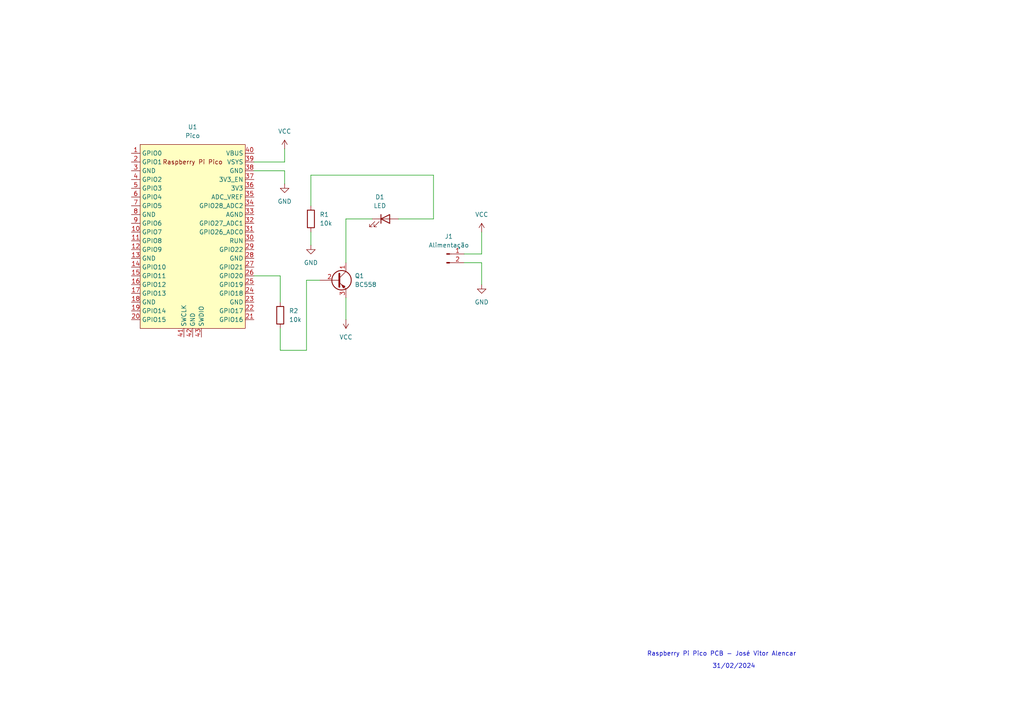
<source format=kicad_sch>
(kicad_sch (version 20231120) (generator "eeschema") (generator_version "8.0")
  (paper "A4")
  (lib_symbols
    (symbol "Connector:Conn_01x02_Pin" (pin_names (offset 1.016) hide)
      (property "Reference" "J" (at 0 2.54 0))
      (property "Value" "Conn_01x02_Pin" (at 0 -5.08 0))
      (symbol "Conn_01x02_Pin_1_1"
        (polyline (pts (xy 1.27 -2.54) (xy 0.8636 -2.54)) (stroke (width 0.1524)))
        (polyline (pts (xy 1.27 0) (xy 0.8636 0)) (stroke (width 0.1524)))
        (rectangle (start 0.8636 -2.413) (end 0 -2.667) (stroke (width 0.1524)) (fill (type outline)))
        (rectangle (start 0.8636 0.127) (end 0 -0.127) (stroke (width 0.1524)) (fill (type outline)))
        (pin passive line (at 5.08 0 180) (length 3.81) (name "Pin_1") (number "1"))
        (pin passive line (at 5.08 -2.54 180) (length 3.81) (name "Pin_2") (number "2"))
      )
    )
    (symbol "Device:LED" (pin_numbers hide) (pin_names (offset 1.016) hide)
      (property "Reference" "D" (at 0 2.54 0))
      (property "Value" "LED" (at 0 -2.54 0))
      (symbol "LED_0_1"
        (polyline (pts (xy -1.27 -1.27) (xy -1.27 1.27)) (stroke (width 0.254)))
        (polyline (pts (xy -1.27 0) (xy 1.27 0)))
        (polyline (pts (xy 1.27 -1.27) (xy 1.27 1.27) (xy -1.27 0) (xy 1.27 -1.27)) (stroke (width 0.254)))
        (polyline (pts (xy -3.048 -0.762) (xy -4.572 -2.286) (xy -3.81 -2.286) (xy -4.572 -2.286) (xy -4.572 -1.524)))
        (polyline (pts (xy -1.778 -0.762) (xy -3.302 -2.286) (xy -2.54 -2.286) (xy -3.302 -2.286) (xy -3.302 -1.524)))
      )
      (symbol "LED_1_1"
        (pin passive line (at -3.81 0 0) (length 2.54) (name "K") (number "1"))
        (pin passive line (at 3.81 0 180) (length 2.54) (name "A") (number "2"))
      )
    )
    (symbol "Device:R" (pin_numbers hide) (pin_names (offset 0))
      (property "Reference" "R" (at 2.032 0 90))
      (property "Value" "R" (at 0 0 90))
      (symbol "R_0_1"
        (rectangle (start -1.016 -2.54) (end 1.016 2.54) (stroke (width 0.254)))
      )
      (symbol "R_1_1"
        (pin passive line (at 0 3.81 270) (length 1.27) (name "~") (number "1"))
        (pin passive line (at 0 -3.81 90) (length 1.27) (name "~") (number "2"))
      )
    )
    (symbol "MCU_RaspberryPi_and_Boards:Pico"
      (property "Reference" "U" (at -13.97 27.94 0))
      (property "Value" "Pico" (at 0 19.05 0))
      (symbol "Pico_0_0"
        (text "Raspberry Pi Pico" (at 0 21.59 0) (effects (font (size 1.27 1.27))))
      )
      (symbol "Pico_0_1"
        (rectangle (start -15.24 26.67) (end 15.24 -26.67) (fill (type background)))
      )
      (symbol "Pico_1_1"
        (pin bidirectional line (at -17.78 24.13 0) (length 2.54) (name "GPIO0") (number "1"))
        (pin bidirectional line (at -17.78 1.27 0) (length 2.54) (name "GPIO7") (number "10"))
        (pin bidirectional line (at -17.78 -1.27 0) (length 2.54) (name "GPIO8") (number "11"))
        (pin bidirectional line (at -17.78 -3.81 0) (length 2.54) (name "GPIO9") (number "12"))
        (pin power_in line (at -17.78 -6.35 0) (length 2.54) (name "GND") (number "13"))
        (pin bidirectional line (at -17.78 -8.89 0) (length 2.54) (name "GPIO10") (number "14"))
        (pin bidirectional line (at -17.78 -11.43 0) (length 2.54) (name "GPIO11") (number "15"))
        (pin bidirectional line (at -17.78 -13.97 0) (length 2.54) (name "GPIO12") (number "16"))
        (pin bidirectional line (at -17.78 -16.51 0) (length 2.54) (name "GPIO13") (number "17"))
        (pin power_in line (at -17.78 -19.05 0) (length 2.54) (name "GND") (number "18"))
        (pin bidirectional line (at -17.78 -21.59 0) (length 2.54) (name "GPIO14") (number "19"))
        (pin bidirectional line (at -17.78 21.59 0) (length 2.54) (name "GPIO1") (number "2"))
        (pin bidirectional line (at -17.78 -24.13 0) (length 2.54) (name "GPIO15") (number "20"))
        (pin bidirectional line (at 17.78 -24.13 180) (length 2.54) (name "GPIO16") (number "21"))
        (pin bidirectional line (at 17.78 -21.59 180) (length 2.54) (name "GPIO17") (number "22"))
        (pin power_in line (at 17.78 -19.05 180) (length 2.54) (name "GND") (number "23"))
        (pin bidirectional line (at 17.78 -16.51 180) (length 2.54) (name "GPIO18") (number "24"))
        (pin bidirectional line (at 17.78 -13.97 180) (length 2.54) (name "GPIO19") (number "25"))
        (pin bidirectional line (at 17.78 -11.43 180) (length 2.54) (name "GPIO20") (number "26"))
        (pin bidirectional line (at 17.78 -8.89 180) (length 2.54) (name "GPIO21") (number "27"))
        (pin power_in line (at 17.78 -6.35 180) (length 2.54) (name "GND") (number "28"))
        (pin bidirectional line (at 17.78 -3.81 180) (length 2.54) (name "GPIO22") (number "29"))
        (pin power_in line (at -17.78 19.05 0) (length 2.54) (name "GND") (number "3"))
        (pin input line (at 17.78 -1.27 180) (length 2.54) (name "RUN") (number "30"))
        (pin bidirectional line (at 17.78 1.27 180) (length 2.54) (name "GPIO26_ADC0") (number "31"))
        (pin bidirectional line (at 17.78 3.81 180) (length 2.54) (name "GPIO27_ADC1") (number "32"))
        (pin power_in line (at 17.78 6.35 180) (length 2.54) (name "AGND") (number "33"))
        (pin bidirectional line (at 17.78 8.89 180) (length 2.54) (name "GPIO28_ADC2") (number "34"))
        (pin power_in line (at 17.78 11.43 180) (length 2.54) (name "ADC_VREF") (number "35"))
        (pin power_in line (at 17.78 13.97 180) (length 2.54) (name "3V3") (number "36"))
        (pin input line (at 17.78 16.51 180) (length 2.54) (name "3V3_EN") (number "37"))
        (pin bidirectional line (at 17.78 19.05 180) (length 2.54) (name "GND") (number "38"))
        (pin power_in line (at 17.78 21.59 180) (length 2.54) (name "VSYS") (number "39"))
        (pin bidirectional line (at -17.78 16.51 0) (length 2.54) (name "GPIO2") (number "4"))
        (pin power_in line (at 17.78 24.13 180) (length 2.54) (name "VBUS") (number "40"))
        (pin input line (at -2.54 -29.21 90) (length 2.54) (name "SWCLK") (number "41"))
        (pin power_in line (at 0 -29.21 90) (length 2.54) (name "GND") (number "42"))
        (pin bidirectional line (at 2.54 -29.21 90) (length 2.54) (name "SWDIO") (number "43"))
        (pin bidirectional line (at -17.78 13.97 0) (length 2.54) (name "GPIO3") (number "5"))
        (pin bidirectional line (at -17.78 11.43 0) (length 2.54) (name "GPIO4") (number "6"))
        (pin bidirectional line (at -17.78 8.89 0) (length 2.54) (name "GPIO5") (number "7"))
        (pin power_in line (at -17.78 6.35 0) (length 2.54) (name "GND") (number "8"))
        (pin bidirectional line (at -17.78 3.81 0) (length 2.54) (name "GPIO6") (number "9"))
      )
    )
    (symbol "Transistor_BJT:BC558" (pin_names (offset 0) hide)
      (property "Reference" "Q" (at 5.08 1.905 0))
      (property "Value" "BC558" (at 5.08 0 0))
      (symbol "BC558_0_1"
        (polyline (pts (xy 0.635 0.635) (xy 2.54 2.54)))
        (polyline (pts (xy 0.635 -0.635) (xy 2.54 -2.54) (xy 2.54 -2.54)))
        (polyline (pts (xy 0.635 1.905) (xy 0.635 -1.905) (xy 0.635 -1.905)) (stroke (width 0.508)))
        (polyline (pts (xy 2.286 -1.778) (xy 1.778 -2.286) (xy 1.27 -1.27) (xy 2.286 -1.778) (xy 2.286 -1.778)) (fill (type outline)))
        (circle (center 1.27 0) (radius 2.8194) (stroke (width 0.254)))
      )
      (symbol "BC558_1_1"
        (pin passive line (at 2.54 5.08 270) (length 2.54) (name "C") (number "1"))
        (pin input line (at -5.08 0 0) (length 5.715) (name "B") (number "2"))
        (pin passive line (at 2.54 -5.08 90) (length 2.54) (name "E") (number "3"))
      )
    )
    (symbol "power:GND" (power) (pin_numbers hide) (pin_names (offset 0) hide)
      (property "Value" "GND" (at 0 -3.81 0))
      (symbol "GND_0_1"
        (polyline (pts (xy 0 0) (xy 0 -1.27) (xy 1.27 -1.27) (xy 0 -2.54) (xy -1.27 -1.27) (xy 0 -1.27)))
      )
      (symbol "GND_1_1"
        (pin power_in line (at 0 0 270) (length 0) (name "~") (number "1"))
      )
    )
    (symbol "power:VCC" (power) (pin_numbers hide) (pin_names (offset 0) hide)
      (property "Value" "VCC" (at 0 3.556 0))
      (symbol "VCC_0_1"
        (polyline (pts (xy -0.762 1.27) (xy 0 2.54)))
        (polyline (pts (xy 0 0) (xy 0 2.54)))
        (polyline (pts (xy 0 2.54) (xy 0.762 1.27)))
      )
      (symbol "VCC_1_1"
        (pin power_in line (at 0 0 90) (length 0) (name "~") (number "1"))
      )
    )
  )
  (wire (pts (xy 134.62 73.66) (xy 139.7 73.66)))
  (wire (pts (xy 100.33 86.36) (xy 100.33 92.71)))
  (wire (pts (xy 81.28 101.6) (xy 88.9 101.6)))
  (wire (pts (xy 125.73 50.8) (xy 90.17 50.8)))
  (wire (pts (xy 88.9 81.28) (xy 92.71 81.28)))
  (wire (pts (xy 81.28 80.01) (xy 81.28 87.63)))
  (wire (pts (xy 82.55 49.53) (xy 82.55 53.34)))
  (wire (pts (xy 139.7 73.66) (xy 139.7 67.31)))
  (wire (pts (xy 81.28 95.25) (xy 81.28 101.6)))
  (wire (pts (xy 134.62 76.2) (xy 139.7 76.2)))
  (wire (pts (xy 125.73 63.5) (xy 125.73 50.8)))
  (wire (pts (xy 139.7 76.2) (xy 139.7 82.55)))
  (wire (pts (xy 73.66 46.99) (xy 82.55 46.99)))
  (wire (pts (xy 115.57 63.5) (xy 125.73 63.5)))
  (wire (pts (xy 82.55 43.18) (xy 82.55 46.99)))
  (wire (pts (xy 90.17 50.8) (xy 90.17 59.69)))
  (wire (pts (xy 73.66 80.01) (xy 81.28 80.01)))
  (wire (pts (xy 107.95 63.5) (xy 100.33 63.5)))
  (wire (pts (xy 88.9 101.6) (xy 88.9 81.28)))
  (wire (pts (xy 73.66 49.53) (xy 82.55 49.53)))
  (wire (pts (xy 90.17 67.31) (xy 90.17 71.12)))
  (wire (pts (xy 100.33 63.5) (xy 100.33 76.2)))
  (text "31/02/2024\n" (at 212.852 193.294 0) (effects (font (size 1.27 1.27))))
  (text "Raspberry Pi Pico PCB - José Vitor Alencar" (at 209.296 189.738 0) (effects (font (size 1.27 1.27))))
  (symbol (lib_id "power:GND") (at 90.17 71.12 0) (unit 1)
    (property "Reference" "#PWR01" (effects (hide yes)))
    (property "Value" "GND" (at 90.17 76.2 0))
    (property "Description" "Power symbol creates a global label with name \"GND\" , ground" (effects (hide yes)))
  )
  (symbol (lib_id "power:GND") (at 82.55 53.34 0) (unit 1)
    (property "Reference" "#PWR03" (effects (hide yes)))
    (property "Value" "GND" (at 82.55 58.42 0))
    (property "Description" "Power symbol creates a global label with name \"GND\" , ground" (effects (hide yes)))
  )
  (symbol (lib_id "Device:R") (at 81.28 91.44 0) (unit 1)
    (property "Reference" "R2" (at 83.82 90.1699 0) (effects (justify left)))
    (property "Value" "10k" (at 83.82 92.7099 0) (effects (justify left)))
    (property "Footprint" "OptoDevice:R_LDR_4.9x4.2mm_P2.54mm_Vertical" (effects (hide yes)))
    (property "Description" "Resistor" (effects (hide yes)))
  )
  (symbol (lib_id "Transistor_BJT:BC558") (at 97.79 81.28 0) (unit 1)
    (property "Reference" "Q1" (at 102.87 80.0099 0) (effects (justify left)))
    (property "Value" "BC558" (at 102.87 82.5499 0) (effects (justify left)))
    (property "Footprint" "Package_TO_SOT_THT:TO-92_Inline" (effects (hide yes)))
    (property "Datasheet" "https://www.onsemi.com/pub/Collateral/BC556BTA-D.pdf" (effects (hide yes)))
    (property "Description" "0.1A Ic, 30V Vce, PNP Small Signal Transistor, TO-92" (effects (hide yes)))
  )
  (symbol (lib_id "Device:R") (at 90.17 63.5 0) (unit 1)
    (property "Reference" "R1" (at 92.71 62.2299 0) (effects (justify left)))
    (property "Value" "10k" (at 92.71 64.7699 0) (effects (justify left)))
    (property "Footprint" "OptoDevice:R_LDR_4.9x4.2mm_P2.54mm_Vertical" (effects (hide yes)))
    (property "Description" "Resistor" (effects (hide yes)))
  )
  (symbol (lib_id "power:VCC") (at 82.55 43.18 0) (unit 1)
    (property "Reference" "#PWR02" (effects (hide yes)))
    (property "Value" "VCC" (at 82.55 38.1 0))
    (property "Description" "Power symbol creates a global label with name \"VCC\"" (effects (hide yes)))
  )
  (symbol (lib_id "Connector:Conn_01x02_Pin") (at 129.54 73.66 0) (unit 1)
    (property "Reference" "J1" (at 130.175 68.58 0))
    (property "Value" "Alimentação" (at 130.175 71.12 0))
    (property "Footprint" "Connector_AMASS:AMASS_XT30PW-F_1x02_P2.50mm_Horizontal" (effects (hide yes)))
    (property "Description" "Generic connector, single row, 01x02, script generated" (effects (hide yes)))
  )
  (symbol (lib_id "power:GND") (at 139.7 82.55 0) (unit 1)
    (property "Reference" "#PWR05" (effects (hide yes)))
    (property "Value" "GND" (at 139.7 87.63 0))
    (property "Description" "Power symbol creates a global label with name \"GND\" , ground" (effects (hide yes)))
  )
  (symbol (lib_id "power:VCC") (at 139.7 67.31 0) (unit 1)
    (property "Reference" "#PWR04" (effects (hide yes)))
    (property "Value" "VCC" (at 139.7 62.23 0))
    (property "Description" "Power symbol creates a global label with name \"VCC\"" (effects (hide yes)))
  )
  (symbol (lib_id "MCU_RaspberryPi_and_Boards:Pico") (at 55.88 68.58 0) (unit 1)
    (property "Reference" "U1" (at 55.88 36.83 0))
    (property "Value" "Pico" (at 55.88 39.37 0))
    (property "Footprint" "MCU_RaspberryPi_and_Boards:RPi_Pico_SMD_TH" (effects (hide yes)))
  )
  (symbol (lib_id "power:VCC") (at 100.33 92.71 180) (unit 1)
    (property "Reference" "#PWR06" (effects (hide yes)))
    (property "Value" "VCC" (at 100.33 97.79 0))
    (property "Description" "Power symbol creates a global label with name \"VCC\"" (effects (hide yes)))
  )
  (symbol (lib_id "Device:LED") (at 111.76 63.5 0) (unit 1)
    (property "Reference" "D1" (at 110.1725 57.15 0))
    (property "Value" "LED" (at 110.1725 59.69 0))
    (property "Footprint" "LED_SMD:LED_0201_0603Metric" (effects (hide yes)))
    (property "Description" "Light emitting diode" (effects (hide yes)))
  )
)
</source>
